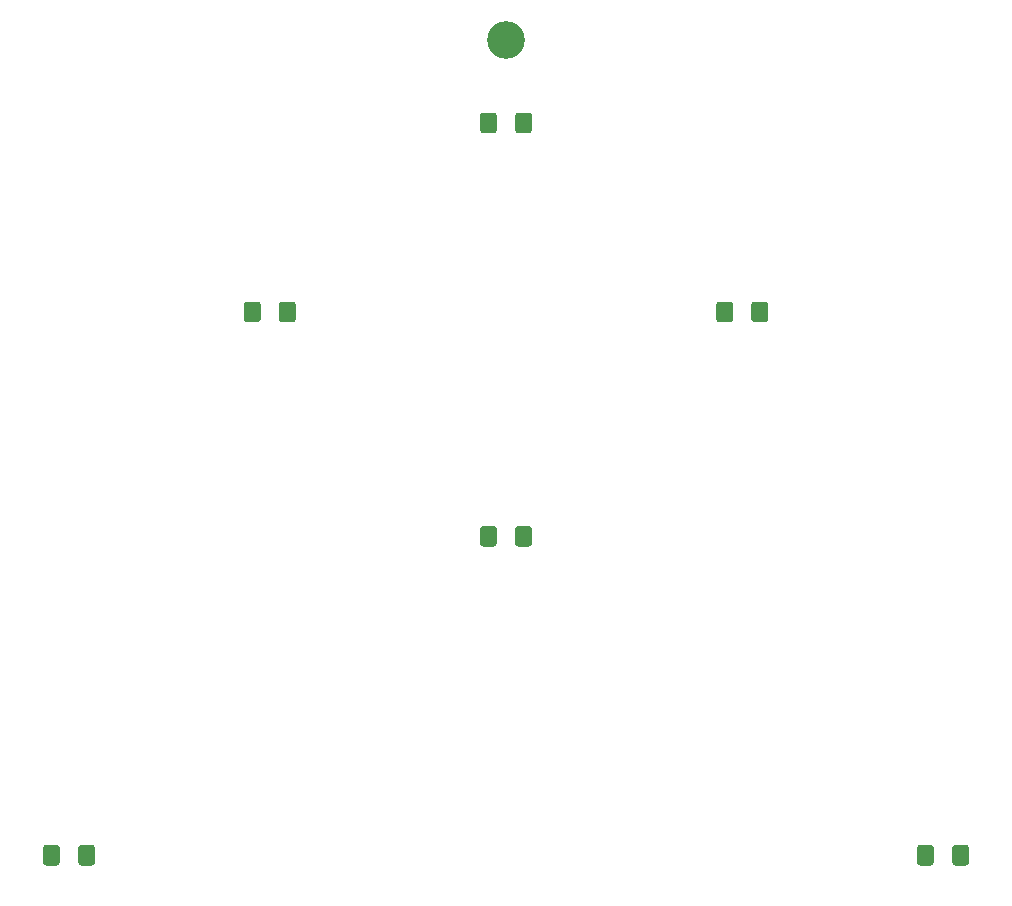
<source format=gbs>
G04 #@! TF.GenerationSoftware,KiCad,Pcbnew,7.0.2.1-36-g582732918d-dirty-deb11*
G04 #@! TF.CreationDate,2024-01-19T22:57:27+00:00*
G04 #@! TF.ProjectId,baumsatz,6261756d-7361-4747-9a2e-6b696361645f,rev?*
G04 #@! TF.SameCoordinates,Original*
G04 #@! TF.FileFunction,Soldermask,Bot*
G04 #@! TF.FilePolarity,Negative*
%FSLAX46Y46*%
G04 Gerber Fmt 4.6, Leading zero omitted, Abs format (unit mm)*
G04 Created by KiCad (PCBNEW 7.0.2.1-36-g582732918d-dirty-deb11) date 2024-01-19 22:57:27*
%MOMM*%
%LPD*%
G01*
G04 APERTURE LIST*
%ADD10C,3.200000*%
G04 APERTURE END LIST*
D10*
X0Y-8000000D03*
G36*
G01*
X-39200000Y-77624999D02*
X-39200000Y-76375001D01*
G75*
G02*
X-38949999Y-76125000I250001J0D01*
G01*
X-38025001Y-76125000D01*
G75*
G02*
X-37775000Y-76375001I0J-250001D01*
G01*
X-37775000Y-77624999D01*
G75*
G02*
X-38025001Y-77875000I-250001J0D01*
G01*
X-38949999Y-77875000D01*
G75*
G02*
X-39200000Y-77624999I0J250001D01*
G01*
G37*
G36*
G01*
X-36225000Y-77624999D02*
X-36225000Y-76375001D01*
G75*
G02*
X-35974999Y-76125000I250001J0D01*
G01*
X-35050001Y-76125000D01*
G75*
G02*
X-34800000Y-76375001I0J-250001D01*
G01*
X-34800000Y-77624999D01*
G75*
G02*
X-35050001Y-77875000I-250001J0D01*
G01*
X-35974999Y-77875000D01*
G75*
G02*
X-36225000Y-77624999I0J250001D01*
G01*
G37*
G36*
G01*
X-2200000Y-50624999D02*
X-2200000Y-49375001D01*
G75*
G02*
X-1949999Y-49125000I250001J0D01*
G01*
X-1025001Y-49125000D01*
G75*
G02*
X-775000Y-49375001I0J-250001D01*
G01*
X-775000Y-50624999D01*
G75*
G02*
X-1025001Y-50875000I-250001J0D01*
G01*
X-1949999Y-50875000D01*
G75*
G02*
X-2200000Y-50624999I0J250001D01*
G01*
G37*
G36*
G01*
X775000Y-50624999D02*
X775000Y-49375001D01*
G75*
G02*
X1025001Y-49125000I250001J0D01*
G01*
X1949999Y-49125000D01*
G75*
G02*
X2200000Y-49375001I0J-250001D01*
G01*
X2200000Y-50624999D01*
G75*
G02*
X1949999Y-50875000I-250001J0D01*
G01*
X1025001Y-50875000D01*
G75*
G02*
X775000Y-50624999I0J250001D01*
G01*
G37*
G36*
G01*
X34800000Y-77624999D02*
X34800000Y-76375001D01*
G75*
G02*
X35050001Y-76125000I250001J0D01*
G01*
X35974999Y-76125000D01*
G75*
G02*
X36225000Y-76375001I0J-250001D01*
G01*
X36225000Y-77624999D01*
G75*
G02*
X35974999Y-77875000I-250001J0D01*
G01*
X35050001Y-77875000D01*
G75*
G02*
X34800000Y-77624999I0J250001D01*
G01*
G37*
G36*
G01*
X37775000Y-77624999D02*
X37775000Y-76375001D01*
G75*
G02*
X38025001Y-76125000I250001J0D01*
G01*
X38949999Y-76125000D01*
G75*
G02*
X39200000Y-76375001I0J-250001D01*
G01*
X39200000Y-77624999D01*
G75*
G02*
X38949999Y-77875000I-250001J0D01*
G01*
X38025001Y-77875000D01*
G75*
G02*
X37775000Y-77624999I0J250001D01*
G01*
G37*
G36*
G01*
X17800000Y-31624999D02*
X17800000Y-30375001D01*
G75*
G02*
X18050001Y-30125000I250001J0D01*
G01*
X18974999Y-30125000D01*
G75*
G02*
X19225000Y-30375001I0J-250001D01*
G01*
X19225000Y-31624999D01*
G75*
G02*
X18974999Y-31875000I-250001J0D01*
G01*
X18050001Y-31875000D01*
G75*
G02*
X17800000Y-31624999I0J250001D01*
G01*
G37*
G36*
G01*
X20775000Y-31624999D02*
X20775000Y-30375001D01*
G75*
G02*
X21025001Y-30125000I250001J0D01*
G01*
X21949999Y-30125000D01*
G75*
G02*
X22200000Y-30375001I0J-250001D01*
G01*
X22200000Y-31624999D01*
G75*
G02*
X21949999Y-31875000I-250001J0D01*
G01*
X21025001Y-31875000D01*
G75*
G02*
X20775000Y-31624999I0J250001D01*
G01*
G37*
G36*
G01*
X-22200000Y-31624999D02*
X-22200000Y-30375001D01*
G75*
G02*
X-21949999Y-30125000I250001J0D01*
G01*
X-21025001Y-30125000D01*
G75*
G02*
X-20775000Y-30375001I0J-250001D01*
G01*
X-20775000Y-31624999D01*
G75*
G02*
X-21025001Y-31875000I-250001J0D01*
G01*
X-21949999Y-31875000D01*
G75*
G02*
X-22200000Y-31624999I0J250001D01*
G01*
G37*
G36*
G01*
X-19225000Y-31624999D02*
X-19225000Y-30375001D01*
G75*
G02*
X-18974999Y-30125000I250001J0D01*
G01*
X-18050001Y-30125000D01*
G75*
G02*
X-17800000Y-30375001I0J-250001D01*
G01*
X-17800000Y-31624999D01*
G75*
G02*
X-18050001Y-31875000I-250001J0D01*
G01*
X-18974999Y-31875000D01*
G75*
G02*
X-19225000Y-31624999I0J250001D01*
G01*
G37*
G36*
G01*
X-2200000Y-15624999D02*
X-2200000Y-14375001D01*
G75*
G02*
X-1949999Y-14125000I250001J0D01*
G01*
X-1025001Y-14125000D01*
G75*
G02*
X-775000Y-14375001I0J-250001D01*
G01*
X-775000Y-15624999D01*
G75*
G02*
X-1025001Y-15875000I-250001J0D01*
G01*
X-1949999Y-15875000D01*
G75*
G02*
X-2200000Y-15624999I0J250001D01*
G01*
G37*
G36*
G01*
X775000Y-15624999D02*
X775000Y-14375001D01*
G75*
G02*
X1025001Y-14125000I250001J0D01*
G01*
X1949999Y-14125000D01*
G75*
G02*
X2200000Y-14375001I0J-250001D01*
G01*
X2200000Y-15624999D01*
G75*
G02*
X1949999Y-15875000I-250001J0D01*
G01*
X1025001Y-15875000D01*
G75*
G02*
X775000Y-15624999I0J250001D01*
G01*
G37*
M02*

</source>
